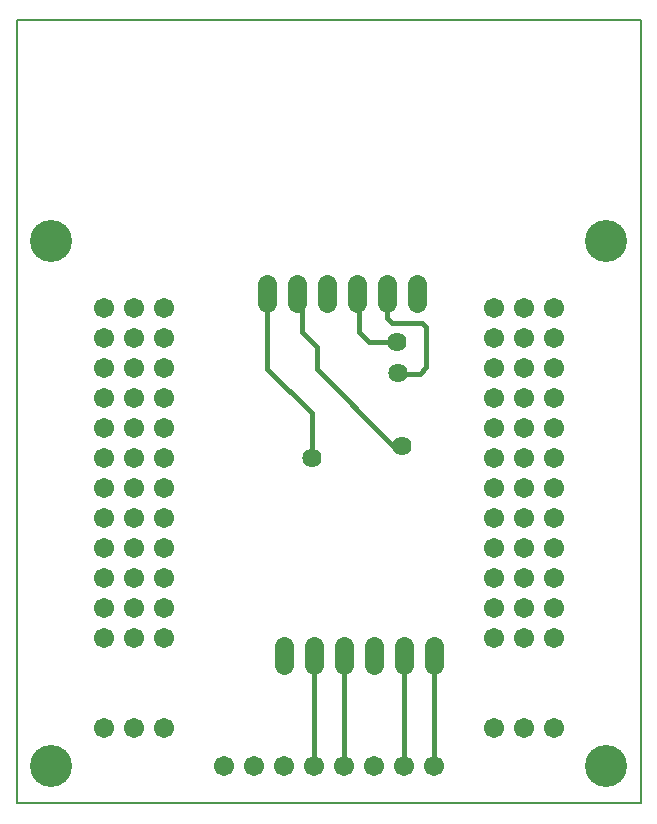
<source format=gtl>
G75*
G70*
%OFA0B0*%
%FSLAX24Y24*%
%IPPOS*%
%LPD*%
%AMOC8*
5,1,8,0,0,1.08239X$1,22.5*
%
%ADD10C,0.0060*%
%ADD11C,0.0673*%
%ADD12C,0.1400*%
%ADD13C,0.0640*%
%ADD14C,0.0640*%
%ADD15C,0.0160*%
D10*
X000140Y000140D02*
X000140Y026240D01*
X020940Y026240D01*
X020940Y000140D01*
X000140Y000140D01*
D11*
X003050Y002650D03*
X004050Y002650D03*
X005050Y002650D03*
X007050Y001400D03*
X008050Y001400D03*
X009050Y001400D03*
X010050Y001400D03*
X011050Y001400D03*
X012050Y001400D03*
X013050Y001400D03*
X014050Y001400D03*
X016050Y002650D03*
X017050Y002650D03*
X018050Y002650D03*
X018050Y005650D03*
X018050Y006650D03*
X018050Y007650D03*
X018050Y008650D03*
X018050Y009650D03*
X018050Y010650D03*
X018050Y011650D03*
X018050Y012650D03*
X018050Y013650D03*
X018050Y014650D03*
X018050Y015650D03*
X018050Y016650D03*
X017050Y016650D03*
X016050Y016650D03*
X016050Y015650D03*
X016050Y014650D03*
X016050Y013650D03*
X016050Y012650D03*
X016050Y011650D03*
X016050Y010650D03*
X016050Y009650D03*
X016050Y008650D03*
X016050Y007650D03*
X016050Y006650D03*
X016050Y005650D03*
X017050Y005650D03*
X017050Y006650D03*
X017050Y007650D03*
X017050Y008650D03*
X017050Y009650D03*
X017050Y010650D03*
X017050Y011650D03*
X017050Y012650D03*
X017050Y013650D03*
X017050Y014650D03*
X017050Y015650D03*
X005050Y015650D03*
X004050Y015650D03*
X004050Y016650D03*
X005050Y016650D03*
X005050Y014650D03*
X004050Y014650D03*
X004050Y013650D03*
X004050Y012650D03*
X004050Y011650D03*
X004050Y010650D03*
X004050Y009650D03*
X004050Y008650D03*
X004050Y007650D03*
X004050Y006650D03*
X004050Y005650D03*
X005050Y005650D03*
X005050Y006650D03*
X005050Y007650D03*
X005050Y008650D03*
X005050Y009650D03*
X005050Y010650D03*
X005050Y011650D03*
X005050Y012650D03*
X005050Y013650D03*
X003050Y013650D03*
X003050Y014650D03*
X003050Y015650D03*
X003050Y016650D03*
X003050Y012650D03*
X003050Y011650D03*
X003050Y010650D03*
X003050Y009650D03*
X003050Y008650D03*
X003050Y007650D03*
X003050Y006650D03*
X003050Y005650D03*
D12*
X001300Y001400D03*
X001300Y018900D03*
X019800Y018900D03*
X019800Y001400D03*
D13*
X013000Y012070D03*
X012860Y014490D03*
X012820Y015530D03*
X009980Y011650D03*
D14*
X009500Y016830D02*
X009500Y017470D01*
X010500Y017470D02*
X010500Y016830D01*
X011500Y016830D02*
X011500Y017470D01*
X012500Y017470D02*
X012500Y016830D01*
X013500Y016830D02*
X013500Y017470D01*
X008500Y017470D02*
X008500Y016830D01*
X009060Y005390D02*
X009060Y004750D01*
X010060Y004750D02*
X010060Y005390D01*
X011060Y005390D02*
X011060Y004750D01*
X012060Y004750D02*
X012060Y005390D01*
X013060Y005390D02*
X013060Y004750D01*
X014060Y004750D02*
X014060Y005390D01*
D15*
X014060Y005070D02*
X014050Y005060D01*
X014050Y001400D01*
X013050Y001400D02*
X013050Y005060D01*
X013060Y005070D01*
X011060Y005070D02*
X011050Y005060D01*
X011050Y001400D01*
X010050Y001400D02*
X010050Y005060D01*
X010060Y005070D01*
X009980Y011650D02*
X009980Y013150D01*
X008500Y014630D01*
X008500Y017150D01*
X009500Y017150D02*
X009640Y017010D01*
X009640Y015870D01*
X010140Y015370D01*
X010140Y014610D01*
X012680Y012070D01*
X013000Y012070D01*
X012800Y014470D02*
X012680Y014590D01*
X012760Y014590D01*
X012860Y014490D01*
X012800Y014470D02*
X013580Y014470D01*
X013800Y014690D01*
X013800Y016010D01*
X013640Y016170D01*
X012660Y016170D01*
X012500Y016330D01*
X012500Y017150D01*
X011560Y017090D02*
X011560Y015870D01*
X011900Y015530D01*
X012820Y015530D01*
X011560Y017090D02*
X011500Y017150D01*
M02*

</source>
